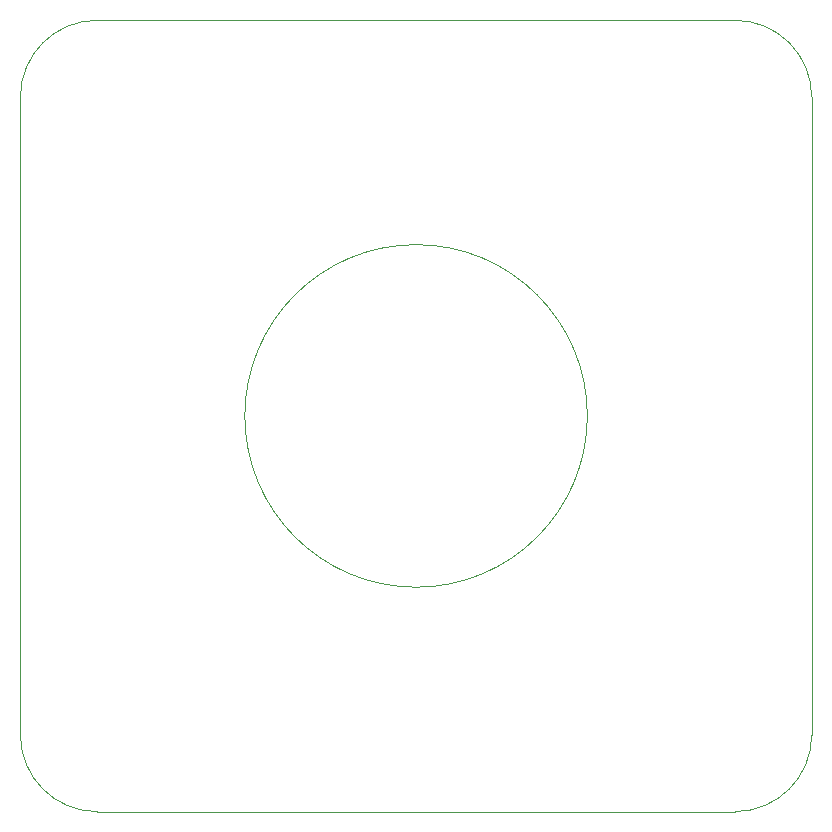
<source format=gbr>
%TF.GenerationSoftware,KiCad,Pcbnew,6.0.11-2627ca5db0~126~ubuntu22.04.1*%
%TF.CreationDate,2024-01-17T01:21:31-06:00*%
%TF.ProjectId,mea_breakout,6d65615f-6272-4656-916b-6f75742e6b69,1*%
%TF.SameCoordinates,Original*%
%TF.FileFunction,Profile,NP*%
%FSLAX46Y46*%
G04 Gerber Fmt 4.6, Leading zero omitted, Abs format (unit mm)*
G04 Created by KiCad (PCBNEW 6.0.11-2627ca5db0~126~ubuntu22.04.1) date 2024-01-17 01:21:31*
%MOMM*%
%LPD*%
G01*
G04 APERTURE LIST*
%TA.AperFunction,Profile*%
%ADD10C,0.100000*%
%TD*%
G04 APERTURE END LIST*
D10*
X41640000Y-7090000D02*
G75*
G03*
X35140000Y-13590000I0J-6500000D01*
G01*
X102140000Y-67590000D02*
X102140000Y-13590000D01*
X41640000Y-7090000D02*
X95640000Y-7090000D01*
X102140000Y-13590000D02*
G75*
G03*
X95640000Y-7090000I-6500000J0D01*
G01*
X83140000Y-40590000D02*
G75*
G03*
X83140000Y-40590000I-14500000J0D01*
G01*
X41640000Y-74090000D02*
X95640000Y-74090000D01*
X35140000Y-67590000D02*
G75*
G03*
X41640000Y-74090000I6500000J0D01*
G01*
X35140000Y-67590000D02*
X35140000Y-13590000D01*
X95640000Y-74090000D02*
G75*
G03*
X102140000Y-67590000I0J6500000D01*
G01*
M02*

</source>
